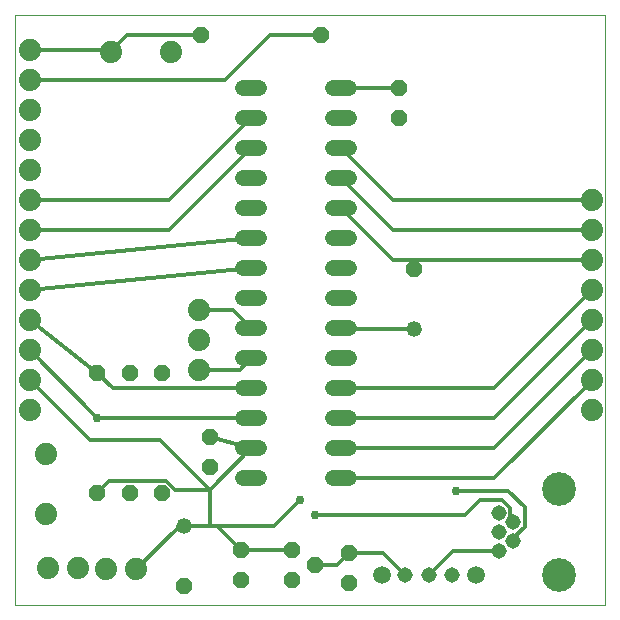
<source format=gtl>
G75*
%MOIN*%
%OFA0B0*%
%FSLAX25Y25*%
%IPPOS*%
%LPD*%
%AMOC8*
5,1,8,0,0,1.08239X$1,22.5*
%
%ADD10C,0.00000*%
%ADD11OC8,0.05200*%
%ADD12C,0.05200*%
%ADD13C,0.07400*%
%ADD14C,0.05200*%
%ADD15C,0.05150*%
%ADD16C,0.11220*%
%ADD17C,0.05937*%
%ADD18C,0.01200*%
%ADD19C,0.02978*%
D10*
X0011300Y0011300D02*
X0011300Y0208150D01*
X0208150Y0208150D01*
X0208150Y0011300D01*
X0011300Y0011300D01*
D11*
X0038800Y0048800D03*
X0049800Y0048800D03*
X0060300Y0048800D03*
X0076300Y0057300D03*
X0076300Y0067300D03*
X0060300Y0088800D03*
X0049800Y0088800D03*
X0038800Y0088800D03*
X0086800Y0029800D03*
X0086800Y0019800D03*
X0103800Y0019800D03*
X0111300Y0024800D03*
X0103800Y0029800D03*
X0122800Y0028800D03*
X0122800Y0018800D03*
X0067800Y0017800D03*
X0144300Y0123300D03*
X0139300Y0173800D03*
X0139300Y0183800D03*
X0113300Y0201300D03*
X0073300Y0201300D03*
D12*
X0144300Y0103300D03*
X0067800Y0037800D03*
D13*
X0051800Y0023300D03*
X0041800Y0023300D03*
X0032300Y0023800D03*
X0022300Y0023800D03*
X0021800Y0041800D03*
X0021800Y0061800D03*
X0016300Y0076300D03*
X0016300Y0086300D03*
X0016300Y0096300D03*
X0016300Y0106300D03*
X0016300Y0116300D03*
X0016300Y0126300D03*
X0016300Y0136300D03*
X0016300Y0146300D03*
X0016300Y0156300D03*
X0016300Y0166300D03*
X0016300Y0176300D03*
X0016300Y0186300D03*
X0016300Y0196300D03*
X0043300Y0195800D03*
X0063300Y0195800D03*
X0072800Y0109800D03*
X0072800Y0099800D03*
X0072800Y0089800D03*
X0203800Y0086300D03*
X0203800Y0076300D03*
X0203800Y0096300D03*
X0203800Y0106300D03*
X0203800Y0116300D03*
X0203800Y0126300D03*
X0203800Y0136300D03*
X0203800Y0146300D03*
D14*
X0122719Y0143662D02*
X0117519Y0143662D01*
X0117519Y0133662D02*
X0122719Y0133662D01*
X0122719Y0123662D02*
X0117519Y0123662D01*
X0117519Y0113662D02*
X0122719Y0113662D01*
X0122719Y0103662D02*
X0117519Y0103662D01*
X0117519Y0093662D02*
X0122719Y0093662D01*
X0122719Y0083662D02*
X0117519Y0083662D01*
X0117519Y0073662D02*
X0122719Y0073662D01*
X0122719Y0063662D02*
X0117519Y0063662D01*
X0117519Y0053662D02*
X0122719Y0053662D01*
X0092719Y0053662D02*
X0087519Y0053662D01*
X0087519Y0063662D02*
X0092719Y0063662D01*
X0092719Y0073662D02*
X0087519Y0073662D01*
X0087519Y0083662D02*
X0092719Y0083662D01*
X0092719Y0093662D02*
X0087519Y0093662D01*
X0087519Y0103662D02*
X0092719Y0103662D01*
X0092719Y0113662D02*
X0087519Y0113662D01*
X0087519Y0123662D02*
X0092719Y0123662D01*
X0092719Y0133662D02*
X0087519Y0133662D01*
X0087519Y0143662D02*
X0092719Y0143662D01*
X0092719Y0153662D02*
X0087519Y0153662D01*
X0087519Y0163662D02*
X0092719Y0163662D01*
X0092719Y0173662D02*
X0087519Y0173662D01*
X0087519Y0183662D02*
X0092719Y0183662D01*
X0117519Y0183662D02*
X0122719Y0183662D01*
X0122719Y0173662D02*
X0117519Y0173662D01*
X0117519Y0163662D02*
X0122719Y0163662D01*
X0122719Y0153662D02*
X0117519Y0153662D01*
D15*
X0172721Y0042099D03*
X0177446Y0038950D03*
X0172721Y0035800D03*
X0177446Y0032650D03*
X0172721Y0029501D03*
X0157174Y0021300D03*
X0149300Y0021300D03*
X0141426Y0021300D03*
D16*
X0192800Y0021430D03*
X0192800Y0050170D03*
D17*
X0165048Y0021300D03*
X0133552Y0021300D03*
D18*
X0133926Y0028800D02*
X0122800Y0028800D01*
X0118800Y0024800D01*
X0111300Y0024800D01*
X0103800Y0029800D02*
X0086800Y0029800D01*
X0078800Y0037800D01*
X0097800Y0037800D01*
X0106300Y0046300D01*
X0111300Y0041300D02*
X0159497Y0041300D01*
X0159686Y0041489D01*
X0161489Y0041489D01*
X0166300Y0046300D01*
X0173859Y0046300D01*
X0176496Y0043663D01*
X0176496Y0039899D01*
X0177446Y0038950D01*
X0181220Y0037386D02*
X0181220Y0043880D01*
X0175800Y0049300D01*
X0158300Y0049300D01*
X0157800Y0049300D01*
X0171162Y0053662D02*
X0203550Y0086050D01*
X0203550Y0086300D01*
X0203800Y0096300D02*
X0171162Y0063662D01*
X0120119Y0063662D01*
X0120119Y0053662D02*
X0171162Y0053662D01*
X0181220Y0037386D02*
X0177446Y0033611D01*
X0177446Y0032650D01*
X0172721Y0029501D02*
X0157501Y0029501D01*
X0149300Y0021300D01*
X0141426Y0021300D02*
X0133926Y0028800D01*
X0090119Y0063662D02*
X0076300Y0067300D01*
X0090119Y0063662D02*
X0076300Y0049843D01*
X0064631Y0049843D01*
X0061874Y0052600D01*
X0042600Y0052600D01*
X0038800Y0048800D01*
X0036300Y0066300D02*
X0016300Y0086300D01*
X0016300Y0096300D02*
X0038800Y0073800D01*
X0038938Y0073662D01*
X0090119Y0073662D01*
X0090119Y0083662D02*
X0043938Y0083662D01*
X0038800Y0088800D01*
X0016300Y0106300D01*
X0016300Y0116300D02*
X0090119Y0123662D01*
X0090119Y0133662D02*
X0016300Y0126300D01*
X0016300Y0136300D02*
X0062757Y0136300D01*
X0090119Y0163662D01*
X0090119Y0173662D02*
X0062757Y0146300D01*
X0016300Y0146300D01*
X0016300Y0186300D02*
X0081300Y0186300D01*
X0096300Y0201300D01*
X0113300Y0201300D01*
X0120257Y0183800D02*
X0120119Y0183662D01*
X0120257Y0183800D02*
X0139300Y0183800D01*
X0120119Y0163662D02*
X0137481Y0146300D01*
X0203800Y0146300D01*
X0203800Y0136300D02*
X0137481Y0136300D01*
X0120119Y0153662D01*
X0120119Y0143662D02*
X0137481Y0126300D01*
X0203800Y0126300D01*
X0203800Y0116300D02*
X0171162Y0083662D01*
X0120119Y0083662D01*
X0120119Y0073662D02*
X0171162Y0073662D01*
X0203800Y0106300D01*
X0144300Y0103300D02*
X0120481Y0103300D01*
X0120119Y0103662D01*
X0090119Y0103662D02*
X0083981Y0109800D01*
X0072800Y0109800D01*
X0090119Y0093662D02*
X0086257Y0089800D01*
X0072800Y0089800D01*
X0059843Y0066300D02*
X0036300Y0066300D01*
X0059843Y0066300D02*
X0076300Y0049843D01*
X0076300Y0037800D01*
X0067800Y0037800D01*
X0066300Y0037800D01*
X0051800Y0023300D01*
X0076300Y0037800D02*
X0078800Y0037800D01*
X0043300Y0195800D02*
X0043800Y0196300D01*
X0045050Y0197550D01*
X0048800Y0201300D01*
X0073300Y0201300D01*
X0043800Y0196300D02*
X0016300Y0196300D01*
D19*
X0038800Y0073800D03*
X0106300Y0046300D03*
X0111300Y0041300D03*
X0158300Y0049300D03*
M02*

</source>
